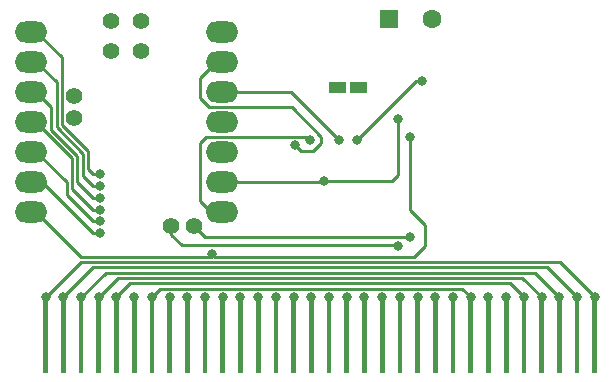
<source format=gbr>
%TF.GenerationSoftware,KiCad,Pcbnew,(6.0.11-0)*%
%TF.CreationDate,2023-06-20T20:05:40-05:00*%
%TF.ProjectId,TypePak,54797065-5061-46b2-9e6b-696361645f70,rev?*%
%TF.SameCoordinates,Original*%
%TF.FileFunction,Copper,L2,Bot*%
%TF.FilePolarity,Positive*%
%FSLAX46Y46*%
G04 Gerber Fmt 4.6, Leading zero omitted, Abs format (unit mm)*
G04 Created by KiCad (PCBNEW (6.0.11-0)) date 2023-06-20 20:05:40*
%MOMM*%
%LPD*%
G01*
G04 APERTURE LIST*
G04 Aperture macros list*
%AMRoundRect*
0 Rectangle with rounded corners*
0 $1 Rounding radius*
0 $2 $3 $4 $5 $6 $7 $8 $9 X,Y pos of 4 corners*
0 Add a 4 corners polygon primitive as box body*
4,1,4,$2,$3,$4,$5,$6,$7,$8,$9,$2,$3,0*
0 Add four circle primitives for the rounded corners*
1,1,$1+$1,$2,$3*
1,1,$1+$1,$4,$5*
1,1,$1+$1,$6,$7*
1,1,$1+$1,$8,$9*
0 Add four rect primitives between the rounded corners*
20,1,$1+$1,$2,$3,$4,$5,0*
20,1,$1+$1,$4,$5,$6,$7,0*
20,1,$1+$1,$6,$7,$8,$9,0*
20,1,$1+$1,$8,$9,$2,$3,0*%
G04 Aperture macros list end*
%TA.AperFunction,ComponentPad*%
%ADD10C,0.800000*%
%TD*%
%TA.AperFunction,ComponentPad*%
%ADD11O,2.750000X1.800000*%
%TD*%
%TA.AperFunction,ComponentPad*%
%ADD12C,1.397000*%
%TD*%
%TA.AperFunction,ComponentPad*%
%ADD13RoundRect,0.250000X-0.550000X-0.550000X0.550000X-0.550000X0.550000X0.550000X-0.550000X0.550000X0*%
%TD*%
%TA.AperFunction,ComponentPad*%
%ADD14C,1.600000*%
%TD*%
%TA.AperFunction,ViaPad*%
%ADD15C,0.800000*%
%TD*%
%TA.AperFunction,Conductor*%
%ADD16C,0.250000*%
%TD*%
G04 APERTURE END LIST*
%TO.C,J1*%
G36*
X128100000Y-117000000D02*
G01*
X127700000Y-117000000D01*
X127700000Y-110900000D01*
X128100000Y-110900000D01*
X128100000Y-117000000D01*
G37*
G36*
X137100000Y-117000000D02*
G01*
X136700000Y-117000000D01*
X136700000Y-110900000D01*
X137100000Y-110900000D01*
X137100000Y-117000000D01*
G37*
G36*
X173100000Y-117000000D02*
G01*
X172700000Y-117000000D01*
X172700000Y-110900000D01*
X173100000Y-110900000D01*
X173100000Y-117000000D01*
G37*
G36*
X170100000Y-117000000D02*
G01*
X169700000Y-117000000D01*
X169700000Y-110900000D01*
X170100000Y-110900000D01*
X170100000Y-117000000D01*
G37*
G36*
X153600000Y-117000000D02*
G01*
X153200000Y-117000000D01*
X153200000Y-110900000D01*
X153600000Y-110900000D01*
X153600000Y-117000000D01*
G37*
G36*
X141600000Y-117000000D02*
G01*
X141200000Y-117000000D01*
X141200000Y-110900000D01*
X141600000Y-110900000D01*
X141600000Y-117000000D01*
G37*
G36*
X131100000Y-117000000D02*
G01*
X130700000Y-117000000D01*
X130700000Y-110900000D01*
X131100000Y-110900000D01*
X131100000Y-117000000D01*
G37*
G36*
X132600000Y-117000000D02*
G01*
X132200000Y-117000000D01*
X132200000Y-110900000D01*
X132600000Y-110900000D01*
X132600000Y-117000000D01*
G37*
G36*
X144600000Y-117000000D02*
G01*
X144200000Y-117000000D01*
X144200000Y-110900000D01*
X144600000Y-110900000D01*
X144600000Y-117000000D01*
G37*
G36*
X161100000Y-117000000D02*
G01*
X160700000Y-117000000D01*
X160700000Y-110900000D01*
X161100000Y-110900000D01*
X161100000Y-117000000D01*
G37*
G36*
X165600000Y-117000000D02*
G01*
X165200000Y-117000000D01*
X165200000Y-110900000D01*
X165600000Y-110900000D01*
X165600000Y-117000000D01*
G37*
G36*
X126600000Y-117000000D02*
G01*
X126200000Y-117000000D01*
X126200000Y-110900000D01*
X126600000Y-110900000D01*
X126600000Y-117000000D01*
G37*
G36*
X149100000Y-117000000D02*
G01*
X148700000Y-117000000D01*
X148700000Y-110900000D01*
X149100000Y-110900000D01*
X149100000Y-117000000D01*
G37*
G36*
X129600000Y-117000000D02*
G01*
X129200000Y-117000000D01*
X129200000Y-110900000D01*
X129600000Y-110900000D01*
X129600000Y-117000000D01*
G37*
G36*
X143100000Y-117000000D02*
G01*
X142700000Y-117000000D01*
X142700000Y-110900000D01*
X143100000Y-110900000D01*
X143100000Y-117000000D01*
G37*
G36*
X155100000Y-117000000D02*
G01*
X154700000Y-117000000D01*
X154700000Y-110900000D01*
X155100000Y-110900000D01*
X155100000Y-117000000D01*
G37*
G36*
X152100000Y-117000000D02*
G01*
X151700000Y-117000000D01*
X151700000Y-110900000D01*
X152100000Y-110900000D01*
X152100000Y-117000000D01*
G37*
G36*
X171600000Y-117000000D02*
G01*
X171200000Y-117000000D01*
X171200000Y-110900000D01*
X171600000Y-110900000D01*
X171600000Y-117000000D01*
G37*
G36*
X134100000Y-117000000D02*
G01*
X133700000Y-117000000D01*
X133700000Y-110900000D01*
X134100000Y-110900000D01*
X134100000Y-117000000D01*
G37*
G36*
X168600000Y-117000000D02*
G01*
X168200000Y-117000000D01*
X168200000Y-110900000D01*
X168600000Y-110900000D01*
X168600000Y-117000000D01*
G37*
G36*
X138600000Y-117000000D02*
G01*
X138200000Y-117000000D01*
X138200000Y-110900000D01*
X138600000Y-110900000D01*
X138600000Y-117000000D01*
G37*
G36*
X146100000Y-117000000D02*
G01*
X145700000Y-117000000D01*
X145700000Y-110900000D01*
X146100000Y-110900000D01*
X146100000Y-117000000D01*
G37*
G36*
X158100000Y-117000000D02*
G01*
X157700000Y-117000000D01*
X157700000Y-110900000D01*
X158100000Y-110900000D01*
X158100000Y-117000000D01*
G37*
G36*
X164100000Y-117000000D02*
G01*
X163700000Y-117000000D01*
X163700000Y-110900000D01*
X164100000Y-110900000D01*
X164100000Y-117000000D01*
G37*
G36*
X150600000Y-117000000D02*
G01*
X150200000Y-117000000D01*
X150200000Y-110900000D01*
X150600000Y-110900000D01*
X150600000Y-117000000D01*
G37*
G36*
X162600000Y-117000000D02*
G01*
X162200000Y-117000000D01*
X162200000Y-110900000D01*
X162600000Y-110900000D01*
X162600000Y-117000000D01*
G37*
G36*
X140100000Y-117000000D02*
G01*
X139700000Y-117000000D01*
X139700000Y-110900000D01*
X140100000Y-110900000D01*
X140100000Y-117000000D01*
G37*
G36*
X167100000Y-117000000D02*
G01*
X166700000Y-117000000D01*
X166700000Y-110900000D01*
X167100000Y-110900000D01*
X167100000Y-117000000D01*
G37*
G36*
X147600000Y-117000000D02*
G01*
X147200000Y-117000000D01*
X147200000Y-110900000D01*
X147600000Y-110900000D01*
X147600000Y-117000000D01*
G37*
G36*
X135600000Y-117000000D02*
G01*
X135200000Y-117000000D01*
X135200000Y-110900000D01*
X135600000Y-110900000D01*
X135600000Y-117000000D01*
G37*
G36*
X159600000Y-117000000D02*
G01*
X159200000Y-117000000D01*
X159200000Y-110900000D01*
X159600000Y-110900000D01*
X159600000Y-117000000D01*
G37*
G36*
X156600000Y-117000000D02*
G01*
X156200000Y-117000000D01*
X156200000Y-110900000D01*
X156600000Y-110900000D01*
X156600000Y-117000000D01*
G37*
%TD*%
D10*
%TO.P,J1,1,Pin_1*%
%TO.N,BATOUT*%
X126400000Y-110600000D03*
%TO.P,J1,2,Pin_2*%
%TO.N,BATIN*%
X127900000Y-110600000D03*
%TO.P,J1,3,Pin_3*%
%TO.N,RST*%
X129400000Y-110600000D03*
%TO.P,J1,4,Pin_4*%
%TO.N,GND*%
X130900000Y-110600000D03*
%TO.P,J1,5,Pin_5*%
%TO.N,VCC*%
X132400000Y-110600000D03*
%TO.P,J1,6,Pin_6*%
%TO.N,MOSI*%
X133900000Y-110600000D03*
%TO.P,J1,7,Pin_7*%
%TO.N,MISO*%
X135400000Y-110600000D03*
%TO.P,J1,8,Pin_8*%
%TO.N,SCK*%
X136900000Y-110600000D03*
%TO.P,J1,9,Pin_9*%
%TO.N,IO_CS*%
X138400000Y-110600000D03*
%TO.P,J1,10,Pin_10*%
%TO.N,row5*%
X139900000Y-110600000D03*
%TO.P,J1,11,Pin_11*%
%TO.N,row4*%
X141400000Y-110600000D03*
%TO.P,J1,12,Pin_12*%
%TO.N,row3*%
X142900000Y-110600000D03*
%TO.P,J1,13,Pin_13*%
%TO.N,row2*%
X144400000Y-110600000D03*
%TO.P,J1,14,Pin_14*%
%TO.N,row1*%
X145900000Y-110600000D03*
%TO.P,J1,15,Pin_15*%
%TO.N,row0*%
X147400000Y-110600000D03*
%TO.P,J1,16,Pin_16*%
%TO.N,LCD_CS*%
X148900000Y-110600000D03*
%TO.P,J1,17,Pin_17*%
%TO.N,col0*%
X150400000Y-110600000D03*
%TO.P,J1,18,Pin_18*%
%TO.N,col1*%
X151900000Y-110600000D03*
%TO.P,J1,19,Pin_19*%
%TO.N,col2*%
X153400000Y-110600000D03*
%TO.P,J1,20,Pin_20*%
%TO.N,col3*%
X154900000Y-110600000D03*
%TO.P,J1,21,Pin_21*%
%TO.N,col4*%
X156400000Y-110600000D03*
%TO.P,J1,22,Pin_22*%
%TO.N,col5*%
X157900000Y-110600000D03*
%TO.P,J1,23,Pin_23*%
%TO.N,col6*%
X159400000Y-110600000D03*
%TO.P,J1,24,Pin_24*%
%TO.N,col7*%
X160900000Y-110600000D03*
%TO.P,J1,25,Pin_25*%
%TO.N,MISO*%
X162400000Y-110600000D03*
%TO.P,J1,26,Pin_26*%
%TO.N,NFC0*%
X163900000Y-110600000D03*
%TO.P,J1,27,Pin_27*%
%TO.N,NFC1*%
X165400000Y-110600000D03*
%TO.P,J1,28,Pin_28*%
%TO.N,VCC*%
X166900000Y-110600000D03*
%TO.P,J1,29,Pin_29*%
%TO.N,GND*%
X168400000Y-110600000D03*
%TO.P,J1,30,Pin_30*%
%TO.N,RST*%
X169900000Y-110600000D03*
%TO.P,J1,31,Pin_31*%
%TO.N,BATIN*%
X171400000Y-110600000D03*
%TO.P,J1,32,Pin_32*%
%TO.N,BATOUT*%
X172900000Y-110600000D03*
%TD*%
D11*
%TO.P,U1,1,A2/0.02_H*%
%TO.N,row0*%
X125155000Y-88130000D03*
%TO.P,U1,2,A4/0.03_H*%
%TO.N,row1*%
X125155000Y-90670000D03*
%TO.P,U1,3,A10/0.28*%
%TO.N,row2*%
X125155000Y-93210000D03*
%TO.P,U1,4,A11/0.29*%
%TO.N,row3*%
X125155000Y-95750000D03*
%TO.P,U1,5,A8_SDA/0.04_H*%
%TO.N,row4*%
X125155000Y-98290000D03*
%TO.P,U1,6,A9_SCL/0.05_H*%
%TO.N,row5*%
X125155000Y-100830000D03*
%TO.P,U1,7,B8_TX/1.11*%
%TO.N,LCD_CS*%
X125155000Y-103370000D03*
%TO.P,U1,8,B9_RX/1.12*%
%TO.N,IO_CS*%
X141345000Y-103370000D03*
%TO.P,U1,9,A7_SCK/1.13*%
%TO.N,SCK*%
X141345000Y-100830000D03*
%TO.P,U1,10,A5_MISO/1.14*%
%TO.N,MISO*%
X141345000Y-98290000D03*
%TO.P,U1,11,A6_MOSI/1.15*%
%TO.N,MOSI*%
X141345000Y-95750000D03*
%TO.P,U1,12,3V3*%
%TO.N,VCC*%
X141345000Y-93210000D03*
%TO.P,U1,13,GND*%
%TO.N,GND*%
X141345000Y-90670000D03*
%TO.P,U1,14,5V*%
%TO.N,unconnected-(U1-Pad14)*%
X141345000Y-88130000D03*
D12*
%TO.P,U1,15,A31_SWDIO*%
%TO.N,unconnected-(U1-Pad15)*%
X131980000Y-87178000D03*
%TO.P,U1,16,A30_SWCLK*%
%TO.N,unconnected-(U1-Pad16)*%
X134520000Y-87178000D03*
%TO.P,U1,17,RESET*%
%TO.N,RST*%
X131980000Y-89718000D03*
%TO.P,U1,18,GND*%
%TO.N,GND*%
X134520000Y-89718000D03*
%TO.P,U1,19,BAT*%
%TO.N,BATOUT*%
X128805000Y-95433000D03*
%TO.P,U1,20,GND*%
%TO.N,GND*%
X128805000Y-93528000D03*
%TO.P,U1,21,NFC1/0.09_H*%
%TO.N,NFC0*%
X137052408Y-104551408D03*
%TO.P,U1,22,NFC2/0.10_H*%
%TO.N,NFC1*%
X138957408Y-104551408D03*
%TD*%
D13*
%TO.P,J2,1,Pin_1*%
%TO.N,GND*%
X155500000Y-87000000D03*
D14*
%TO.P,J2,2,Pin_2*%
%TO.N,BATIN*%
X159100000Y-87000000D03*
%TD*%
D15*
%TO.N,VCC*%
X151250000Y-97250000D03*
%TO.N,GND*%
X147500000Y-97724500D03*
%TO.N,Net-(C3-Pad1)*%
X158250000Y-92250000D03*
X152750000Y-97250000D03*
%TO.N,SCK*%
X150000000Y-100750000D03*
X156250000Y-95500000D03*
%TO.N,IO_CS*%
X148750000Y-97250000D03*
%TO.N,row5*%
X131000000Y-105172015D03*
%TO.N,row4*%
X131000000Y-104172512D03*
%TO.N,row3*%
X131000000Y-103173009D03*
%TO.N,row2*%
X131000000Y-102173506D03*
%TO.N,row1*%
X131000000Y-101174003D03*
%TO.N,row0*%
X131000000Y-100174500D03*
%TO.N,LCD_CS*%
X157250000Y-97000000D03*
X140503289Y-106900500D03*
%TO.N,NFC0*%
X156250000Y-106250000D03*
%TO.N,NFC1*%
X157250000Y-105500000D03*
%TD*%
D16*
%TO.N,VCC*%
X147210000Y-93210000D02*
X151250000Y-97250000D01*
X133575000Y-109425000D02*
X165725000Y-109425000D01*
X165725000Y-109425000D02*
X166900000Y-110600000D01*
X132400000Y-110600000D02*
X133575000Y-109425000D01*
X140870000Y-93210000D02*
X147210000Y-93210000D01*
%TO.N,GND*%
X166775000Y-108975000D02*
X132525000Y-108975000D01*
X148025500Y-98250000D02*
X149000000Y-98250000D01*
X139500000Y-92040000D02*
X140870000Y-90670000D01*
X149000000Y-98250000D02*
X149750000Y-97500000D01*
X149750000Y-97000000D02*
X147250000Y-94500000D01*
X147500000Y-97724500D02*
X148025500Y-98250000D01*
X132525000Y-108975000D02*
X130900000Y-110600000D01*
X147250000Y-94500000D02*
X140250000Y-94500000D01*
X168400000Y-110600000D02*
X166775000Y-108975000D01*
X140250000Y-94500000D02*
X139500000Y-93750000D01*
X149750000Y-97500000D02*
X149750000Y-97000000D01*
X139500000Y-93750000D02*
X139500000Y-92040000D01*
%TO.N,Net-(C3-Pad1)*%
X157750000Y-92250000D02*
X158250000Y-92250000D01*
X152750000Y-97250000D02*
X157750000Y-92250000D01*
%TO.N,BATIN*%
X168875000Y-108075000D02*
X130425000Y-108075000D01*
X171400000Y-110600000D02*
X168875000Y-108075000D01*
X130425000Y-108075000D02*
X127900000Y-110600000D01*
%TO.N,BATOUT*%
X129375000Y-107625000D02*
X169925000Y-107625000D01*
X126400000Y-110600000D02*
X129375000Y-107625000D01*
X169925000Y-107625000D02*
X172900000Y-110600000D01*
%TO.N,RST*%
X129400000Y-110600000D02*
X131475000Y-108525000D01*
X131475000Y-108525000D02*
X167825000Y-108525000D01*
X167825000Y-108525000D02*
X169900000Y-110600000D01*
%TO.N,MISO*%
X161675000Y-109875000D02*
X162400000Y-110600000D01*
X136125000Y-109875000D02*
X161675000Y-109875000D01*
X135400000Y-110600000D02*
X136125000Y-109875000D01*
%TO.N,SCK*%
X155750000Y-100750000D02*
X156250000Y-100250000D01*
X149920000Y-100830000D02*
X140870000Y-100830000D01*
X156250000Y-100250000D02*
X156250000Y-95500000D01*
X150000000Y-100750000D02*
X155750000Y-100750000D01*
X150000000Y-100750000D02*
X149920000Y-100830000D01*
%TO.N,IO_CS*%
X140445098Y-103370000D02*
X139500000Y-102424902D01*
X139500000Y-97500000D02*
X140000000Y-97000000D01*
X139500000Y-97750000D02*
X139500000Y-97500000D01*
X140000000Y-97000000D02*
X148500000Y-97000000D01*
X139500000Y-102424902D02*
X139500000Y-97750000D01*
X140870000Y-103370000D02*
X140445098Y-103370000D01*
X148500000Y-97000000D02*
X148750000Y-97250000D01*
%TO.N,row5*%
X126080000Y-100830000D02*
X125630000Y-100830000D01*
X131000000Y-105172015D02*
X130422015Y-105172015D01*
X130422015Y-105172015D02*
X126080000Y-100830000D01*
%TO.N,row4*%
X131000000Y-104172512D02*
X130422512Y-104172512D01*
X130422512Y-104172512D02*
X128200000Y-101950000D01*
X128200000Y-101950000D02*
X128200000Y-100860000D01*
X130536116Y-104172512D02*
X131000000Y-104172512D01*
X128200000Y-100860000D02*
X125630000Y-98290000D01*
%TO.N,row3*%
X130423009Y-103173009D02*
X128650000Y-101400000D01*
X128650000Y-101400000D02*
X128650000Y-98809188D01*
X131000000Y-103173009D02*
X130423009Y-103173009D01*
X128650000Y-98809188D02*
X125630000Y-95789188D01*
X125630000Y-95789188D02*
X125630000Y-95750000D01*
%TO.N,row2*%
X129100000Y-98622792D02*
X126881500Y-96404292D01*
X126881500Y-94461500D02*
X125630000Y-93210000D01*
X126881500Y-96404292D02*
X126881500Y-94461500D01*
X129100000Y-100850000D02*
X129100000Y-98622792D01*
X130423506Y-102173506D02*
X129100000Y-100850000D01*
X131000000Y-102173506D02*
X130423506Y-102173506D01*
%TO.N,row1*%
X127331500Y-92371500D02*
X125630000Y-90670000D01*
X130424003Y-101174003D02*
X129550000Y-100300000D01*
X129550000Y-98436396D02*
X127331500Y-96217896D01*
X127331500Y-96217896D02*
X127331500Y-92371500D01*
X131000000Y-101174003D02*
X130424003Y-101174003D01*
X129550000Y-100300000D02*
X129550000Y-98436396D01*
%TO.N,row0*%
X131000000Y-100174500D02*
X130424500Y-100174500D01*
X130000000Y-98250000D02*
X127781500Y-96031500D01*
X127781500Y-90281500D02*
X125630000Y-88130000D01*
X130000000Y-99750000D02*
X130000000Y-98250000D01*
X130424500Y-100174500D02*
X130000000Y-99750000D01*
X127781500Y-96031500D02*
X127781500Y-90281500D01*
%TO.N,LCD_CS*%
X140228789Y-107175000D02*
X140503289Y-106900500D01*
X157250000Y-103250000D02*
X158250000Y-104250000D01*
X157250000Y-97000000D02*
X157250000Y-103250000D01*
X129435000Y-107175000D02*
X140228789Y-107175000D01*
X140503289Y-106900500D02*
X140777789Y-107175000D01*
X140777789Y-107175000D02*
X157575000Y-107175000D01*
X157575000Y-107175000D02*
X158500000Y-106250000D01*
X125630000Y-103370000D02*
X129435000Y-107175000D01*
X158500000Y-106250000D02*
X158500000Y-104500000D01*
X158500000Y-104500000D02*
X158250000Y-104250000D01*
%TO.N,NFC0*%
X137052408Y-105302408D02*
X137052408Y-104551408D01*
X137925500Y-106175500D02*
X137052408Y-105302408D01*
X156175500Y-106175500D02*
X137925500Y-106175500D01*
X156250000Y-106250000D02*
X156175500Y-106175500D01*
%TO.N,NFC1*%
X157250000Y-105500000D02*
X139906000Y-105500000D01*
X139906000Y-105500000D02*
X138957408Y-104551408D01*
%TD*%
%TA.AperFunction,NonConductor*%
G36*
X152874996Y-92374997D02*
G01*
X153588296Y-92374998D01*
X153596569Y-92378425D01*
X153599996Y-92386698D01*
X153600000Y-93313297D01*
X153596573Y-93321570D01*
X153588300Y-93324997D01*
X152874999Y-93324995D01*
X152161698Y-93324992D01*
X152153425Y-93321565D01*
X152149998Y-93313292D01*
X152149996Y-92386695D01*
X152153423Y-92378422D01*
X152161696Y-92374995D01*
X152874996Y-92374997D01*
G37*
%TD.AperFunction*%
%TA.AperFunction,NonConductor*%
G36*
X151846570Y-92378423D02*
G01*
X151849997Y-92386696D01*
X151849999Y-93313293D01*
X151846572Y-93321566D01*
X151838299Y-93324993D01*
X151124998Y-93324995D01*
X150411697Y-93324996D01*
X150403424Y-93321569D01*
X150399997Y-93313296D01*
X150399995Y-92386700D01*
X150403422Y-92378427D01*
X150411695Y-92375000D01*
X151838297Y-92374996D01*
X151846570Y-92378423D01*
G37*
%TD.AperFunction*%
M02*

</source>
